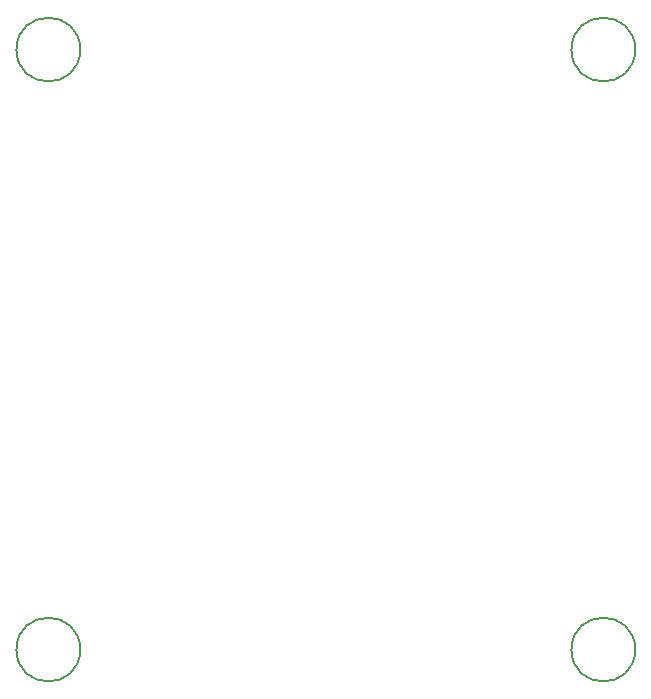
<source format=gbr>
%TF.GenerationSoftware,KiCad,Pcbnew,9.0.3+1*%
%TF.CreationDate,2025-09-14T03:51:49+09:00*%
%TF.ProjectId,romext-2364,726f6d65-7874-42d3-9233-36342e6b6963,1-2*%
%TF.SameCoordinates,Original*%
%TF.FileFunction,Other,Comment*%
%FSLAX46Y46*%
G04 Gerber Fmt 4.6, Leading zero omitted, Abs format (unit mm)*
G04 Created by KiCad (PCBNEW 9.0.3+1) date 2025-09-14 03:51:49*
%MOMM*%
%LPD*%
G01*
G04 APERTURE LIST*
%ADD10C,0.150000*%
G04 APERTURE END LIST*
D10*
%TO.C,REF\u002A\u002A*%
X152560000Y-39370000D02*
G75*
G02*
X147160000Y-39370000I-2700000J0D01*
G01*
X147160000Y-39370000D02*
G75*
G02*
X152560000Y-39370000I2700000J0D01*
G01*
X152560000Y-90170000D02*
G75*
G02*
X147160000Y-90170000I-2700000J0D01*
G01*
X147160000Y-90170000D02*
G75*
G02*
X152560000Y-90170000I2700000J0D01*
G01*
X105570000Y-90170000D02*
G75*
G02*
X100170000Y-90170000I-2700000J0D01*
G01*
X100170000Y-90170000D02*
G75*
G02*
X105570000Y-90170000I2700000J0D01*
G01*
X105570000Y-39370000D02*
G75*
G02*
X100170000Y-39370000I-2700000J0D01*
G01*
X100170000Y-39370000D02*
G75*
G02*
X105570000Y-39370000I2700000J0D01*
G01*
%TD*%
M02*

</source>
